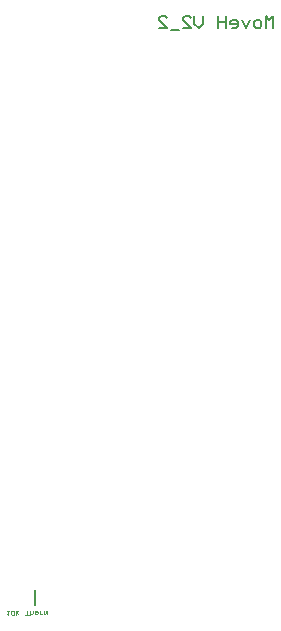
<source format=gbo>
%FSTAX23Y23*%
%MOIN*%
%SFA1B1*%

%IPPOS*%
%ADD12C,0.007870*%
%ADD14C,0.003940*%
%LNmoveh_messkette_einseitig_v2-1*%
%LPD*%
G54D12*
X01182Y00487D02*
Y00538D01*
X01978Y02411D02*
Y0245D01*
X01965Y02437*
X01952Y0245*
Y02411*
X01932D02*
X01919D01*
X01912Y02417*
Y02431*
X01919Y02437*
X01932*
X01938Y02431*
Y02417*
X01932Y02411*
X01899Y02437D02*
X01886Y02411D01*
X01873Y02437*
X0184Y02411D02*
X01853D01*
X0186Y02417*
Y02431*
X01853Y02437*
X0184*
X01834Y02431*
Y02424*
X0186*
X0182Y0245D02*
Y02411D01*
Y02431*
X01794*
Y0245*
Y02411*
X01742Y0245D02*
Y02424D01*
X01729Y02411*
X01715Y02424*
Y0245*
X01676Y02411D02*
X01702D01*
X01676Y02437*
Y02444*
X01683Y0245*
X01696*
X01702Y02444*
X01663Y02404D02*
X01637D01*
X01597Y02411D02*
X01624D01*
X01597Y02437*
Y02444*
X01604Y0245*
X01617*
X01624Y02444*
G54D14*
X01091Y00469D02*
X01096D01*
X01094*
Y00453*
X01091Y00456*
X01104D02*
X01107Y00453D01*
X01112*
X01115Y00456*
Y00466*
X01112Y00469*
X01107*
X01104Y00466*
Y00456*
X0112Y00469D02*
Y00453D01*
Y00464D02*
X01128Y00458D01*
X0112Y00464D02*
X01128Y00469D01*
X01151Y00453D02*
X01162D01*
X01157*
Y00469*
X01167Y00453D02*
Y00469D01*
Y00461*
X0117Y00458*
X01175*
X01178Y00461*
Y00469*
X01191D02*
X01185D01*
X01183Y00466*
Y00461*
X01185Y00458*
X01191*
X01193Y00461*
Y00464*
X01183*
X01199Y00458D02*
Y00469D01*
Y00464*
X01201Y00461*
X01204Y00458*
X01206*
X01214Y00469D02*
Y00458D01*
X01217*
X0122Y00461*
Y00469*
Y00461*
X01222Y00458*
X01225Y00461*
Y00469*
M02*
</source>
